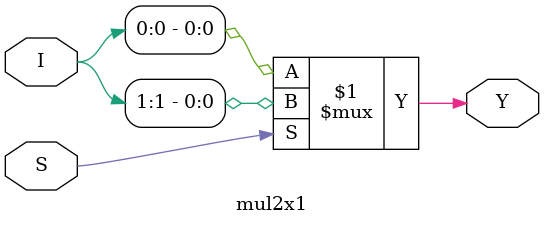
<source format=v>
module mul2x1(I,S,Y);
input [1:0] I;
input S;
output Y;
assign Y=S ? I[1] : I[0];
endmodule 
</source>
